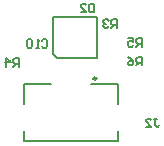
<source format=gbo>
G04 Layer_Color=32896*
%FSLAX44Y44*%
%MOMM*%
G71*
G01*
G75*
%ADD30C,0.2000*%
%ADD31C,0.2500*%
D30*
X480098Y1299750D02*
X560000D01*
X480098D02*
Y1308500D01*
Y1331500D02*
Y1348500D01*
X560000Y1299750D02*
Y1308500D01*
Y1331500D02*
Y1348500D01*
X537000D02*
X560000D01*
X480098D02*
X503000D01*
X504500Y1373750D02*
X508250Y1370000D01*
X504500Y1405000D02*
X542000D01*
X508250Y1370000D02*
X542000D01*
Y1405000D01*
X504500Y1373750D02*
Y1405000D01*
X590335Y1318998D02*
X592667D01*
X591501D01*
Y1313166D01*
X592667Y1312000D01*
X593834D01*
X595000Y1313166D01*
X583337Y1312000D02*
X588002D01*
X583337Y1316665D01*
Y1317832D01*
X584503Y1318998D01*
X586836D01*
X588002Y1317832D01*
X540000Y1415998D02*
Y1409000D01*
X536501D01*
X535335Y1410166D01*
Y1414832D01*
X536501Y1415998D01*
X540000D01*
X528337Y1409000D02*
X533002D01*
X528337Y1413665D01*
Y1414832D01*
X529503Y1415998D01*
X531836D01*
X533002Y1414832D01*
X580000Y1380000D02*
Y1386998D01*
X576501D01*
X575335Y1385831D01*
Y1383499D01*
X576501Y1382333D01*
X580000D01*
X577667D02*
X575335Y1380000D01*
X568337Y1386998D02*
X573002D01*
Y1383499D01*
X570670Y1384665D01*
X569503D01*
X568337Y1383499D01*
Y1381166D01*
X569503Y1380000D01*
X571836D01*
X573002Y1381166D01*
X476000Y1363000D02*
Y1369998D01*
X472501D01*
X471335Y1368831D01*
Y1366499D01*
X472501Y1365333D01*
X476000D01*
X473667D02*
X471335Y1363000D01*
X465503D02*
Y1369998D01*
X469002Y1366499D01*
X464337D01*
X559000Y1396000D02*
Y1402998D01*
X555501D01*
X554335Y1401832D01*
Y1399499D01*
X555501Y1398333D01*
X559000D01*
X556667D02*
X554335Y1396000D01*
X552002Y1401832D02*
X550836Y1402998D01*
X548503D01*
X547337Y1401832D01*
Y1400665D01*
X548503Y1399499D01*
X549670D01*
X548503D01*
X547337Y1398333D01*
Y1397166D01*
X548503Y1396000D01*
X550836D01*
X552002Y1397166D01*
X495335Y1384831D02*
X496501Y1385998D01*
X498834D01*
X500000Y1384831D01*
Y1380166D01*
X498834Y1379000D01*
X496501D01*
X495335Y1380166D01*
X493002Y1379000D02*
X490670D01*
X491836D01*
Y1385998D01*
X493002Y1384831D01*
X487171D02*
X486004Y1385998D01*
X483672D01*
X482505Y1384831D01*
Y1380166D01*
X483672Y1379000D01*
X486004D01*
X487171Y1380166D01*
Y1384831D01*
X580000Y1364000D02*
Y1370998D01*
X576501D01*
X575335Y1369831D01*
Y1367499D01*
X576501Y1366333D01*
X580000D01*
X577667D02*
X575335Y1364000D01*
X568337Y1370998D02*
X570670Y1369831D01*
X573002Y1367499D01*
Y1365166D01*
X571836Y1364000D01*
X569503D01*
X568337Y1365166D01*
Y1366333D01*
X569503Y1367499D01*
X573002D01*
D31*
X541500Y1353000D02*
G03*
X541500Y1353000I-1250J0D01*
G01*
M02*

</source>
